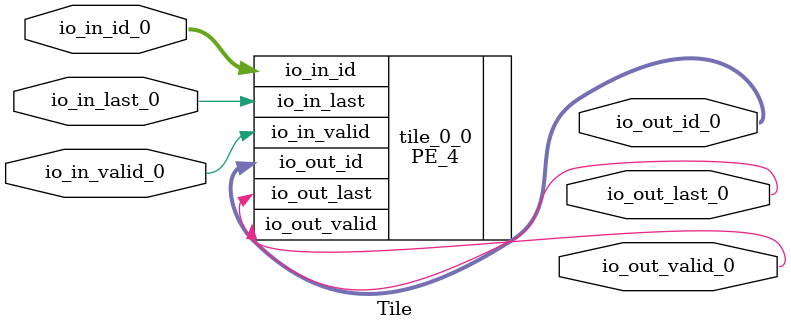
<source format=sv>
module Tile(	// @[generators/gemmini/src/main/scala/gemmini/Tile.scala:16:7]
  input  [2:0] io_in_id_0,	// @[generators/gemmini/src/main/scala/gemmini/Tile.scala:17:14]
  input        io_in_last_0,	// @[generators/gemmini/src/main/scala/gemmini/Tile.scala:17:14]
  output [2:0] io_out_id_0,	// @[generators/gemmini/src/main/scala/gemmini/Tile.scala:17:14]
  output       io_out_last_0,	// @[generators/gemmini/src/main/scala/gemmini/Tile.scala:17:14]
  input        io_in_valid_0,	// @[generators/gemmini/src/main/scala/gemmini/Tile.scala:17:14]
  output       io_out_valid_0	// @[generators/gemmini/src/main/scala/gemmini/Tile.scala:17:14]
);

  PE_4 tile_0_0 (	// @[generators/gemmini/src/main/scala/gemmini/Tile.scala:42:44]
    .io_in_id     (io_in_id_0),
    .io_out_id    (io_out_id_0),
    .io_in_last   (io_in_last_0),
    .io_out_last  (io_out_last_0),
    .io_in_valid  (io_in_valid_0),
    .io_out_valid (io_out_valid_0)
  );	// @[generators/gemmini/src/main/scala/gemmini/Tile.scala:42:44]
endmodule


</source>
